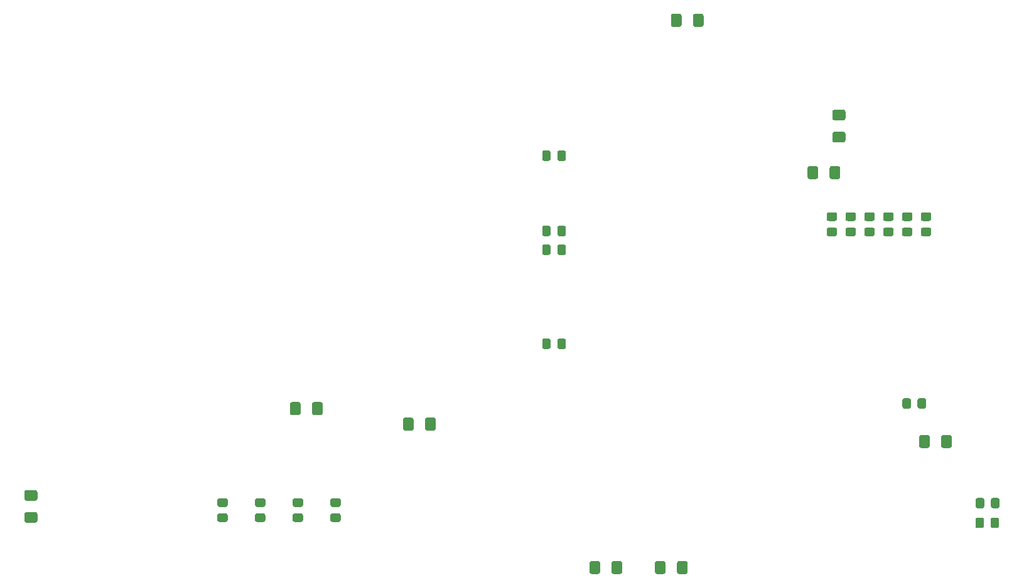
<source format=gbr>
G04 #@! TF.GenerationSoftware,KiCad,Pcbnew,(5.1.6-0-10_14)*
G04 #@! TF.CreationDate,2021-03-08T22:49:53+01:00*
G04 #@! TF.ProjectId,cpu_backplane,6370755f-6261-4636-9b70-6c616e652e6b,rev?*
G04 #@! TF.SameCoordinates,Original*
G04 #@! TF.FileFunction,Paste,Bot*
G04 #@! TF.FilePolarity,Positive*
%FSLAX46Y46*%
G04 Gerber Fmt 4.6, Leading zero omitted, Abs format (unit mm)*
G04 Created by KiCad (PCBNEW (5.1.6-0-10_14)) date 2021-03-08 22:49:53*
%MOMM*%
%LPD*%
G01*
G04 APERTURE LIST*
G04 APERTURE END LIST*
G04 #@! TO.C,R23*
G36*
G01*
X137154500Y-72003499D02*
X137154500Y-72903501D01*
G75*
G02*
X136904501Y-73153500I-249999J0D01*
G01*
X136254499Y-73153500D01*
G75*
G02*
X136004500Y-72903501I0J249999D01*
G01*
X136004500Y-72003499D01*
G75*
G02*
X136254499Y-71753500I249999J0D01*
G01*
X136904501Y-71753500D01*
G75*
G02*
X137154500Y-72003499I0J-249999D01*
G01*
G37*
G36*
G01*
X139204500Y-72003499D02*
X139204500Y-72903501D01*
G75*
G02*
X138954501Y-73153500I-249999J0D01*
G01*
X138304499Y-73153500D01*
G75*
G02*
X138054500Y-72903501I0J249999D01*
G01*
X138054500Y-72003499D01*
G75*
G02*
X138304499Y-71753500I249999J0D01*
G01*
X138954501Y-71753500D01*
G75*
G02*
X139204500Y-72003499I0J-249999D01*
G01*
G37*
G04 #@! TD*
G04 #@! TO.C,R22*
G36*
G01*
X138741999Y-48710000D02*
X139642001Y-48710000D01*
G75*
G02*
X139892000Y-48959999I0J-249999D01*
G01*
X139892000Y-49610001D01*
G75*
G02*
X139642001Y-49860000I-249999J0D01*
G01*
X138741999Y-49860000D01*
G75*
G02*
X138492000Y-49610001I0J249999D01*
G01*
X138492000Y-48959999D01*
G75*
G02*
X138741999Y-48710000I249999J0D01*
G01*
G37*
G36*
G01*
X138741999Y-46660000D02*
X139642001Y-46660000D01*
G75*
G02*
X139892000Y-46909999I0J-249999D01*
G01*
X139892000Y-47560001D01*
G75*
G02*
X139642001Y-47810000I-249999J0D01*
G01*
X138741999Y-47810000D01*
G75*
G02*
X138492000Y-47560001I0J249999D01*
G01*
X138492000Y-46909999D01*
G75*
G02*
X138741999Y-46660000I249999J0D01*
G01*
G37*
G04 #@! TD*
G04 #@! TO.C,R21*
G36*
G01*
X126041999Y-48710000D02*
X126942001Y-48710000D01*
G75*
G02*
X127192000Y-48959999I0J-249999D01*
G01*
X127192000Y-49610001D01*
G75*
G02*
X126942001Y-49860000I-249999J0D01*
G01*
X126041999Y-49860000D01*
G75*
G02*
X125792000Y-49610001I0J249999D01*
G01*
X125792000Y-48959999D01*
G75*
G02*
X126041999Y-48710000I249999J0D01*
G01*
G37*
G36*
G01*
X126041999Y-46660000D02*
X126942001Y-46660000D01*
G75*
G02*
X127192000Y-46909999I0J-249999D01*
G01*
X127192000Y-47560001D01*
G75*
G02*
X126942001Y-47810000I-249999J0D01*
G01*
X126041999Y-47810000D01*
G75*
G02*
X125792000Y-47560001I0J249999D01*
G01*
X125792000Y-46909999D01*
G75*
G02*
X126041999Y-46660000I249999J0D01*
G01*
G37*
G04 #@! TD*
G04 #@! TO.C,R20*
G36*
G01*
X147951500Y-86365501D02*
X147951500Y-85465499D01*
G75*
G02*
X148201499Y-85215500I249999J0D01*
G01*
X148851501Y-85215500D01*
G75*
G02*
X149101500Y-85465499I0J-249999D01*
G01*
X149101500Y-86365501D01*
G75*
G02*
X148851501Y-86615500I-249999J0D01*
G01*
X148201499Y-86615500D01*
G75*
G02*
X147951500Y-86365501I0J249999D01*
G01*
G37*
G36*
G01*
X145901500Y-86365501D02*
X145901500Y-85465499D01*
G75*
G02*
X146151499Y-85215500I249999J0D01*
G01*
X146801501Y-85215500D01*
G75*
G02*
X147051500Y-85465499I0J-249999D01*
G01*
X147051500Y-86365501D01*
G75*
G02*
X146801501Y-86615500I-249999J0D01*
G01*
X146151499Y-86615500D01*
G75*
G02*
X145901500Y-86365501I0J249999D01*
G01*
G37*
G04 #@! TD*
G04 #@! TO.C,R19*
G36*
G01*
X147897000Y-89032501D02*
X147897000Y-88132499D01*
G75*
G02*
X148146999Y-87882500I249999J0D01*
G01*
X148797001Y-87882500D01*
G75*
G02*
X149047000Y-88132499I0J-249999D01*
G01*
X149047000Y-89032501D01*
G75*
G02*
X148797001Y-89282500I-249999J0D01*
G01*
X148146999Y-89282500D01*
G75*
G02*
X147897000Y-89032501I0J249999D01*
G01*
G37*
G36*
G01*
X145847000Y-89032501D02*
X145847000Y-88132499D01*
G75*
G02*
X146096999Y-87882500I249999J0D01*
G01*
X146747001Y-87882500D01*
G75*
G02*
X146997000Y-88132499I0J-249999D01*
G01*
X146997000Y-89032501D01*
G75*
G02*
X146747001Y-89282500I-249999J0D01*
G01*
X146096999Y-89282500D01*
G75*
G02*
X145847000Y-89032501I0J249999D01*
G01*
G37*
G04 #@! TD*
G04 #@! TO.C,C16*
G36*
G01*
X104063500Y-93990000D02*
X104063500Y-95240000D01*
G75*
G02*
X103813500Y-95490000I-250000J0D01*
G01*
X102888500Y-95490000D01*
G75*
G02*
X102638500Y-95240000I0J250000D01*
G01*
X102638500Y-93990000D01*
G75*
G02*
X102888500Y-93740000I250000J0D01*
G01*
X103813500Y-93740000D01*
G75*
G02*
X104063500Y-93990000I0J-250000D01*
G01*
G37*
G36*
G01*
X107038500Y-93990000D02*
X107038500Y-95240000D01*
G75*
G02*
X106788500Y-95490000I-250000J0D01*
G01*
X105863500Y-95490000D01*
G75*
G02*
X105613500Y-95240000I0J250000D01*
G01*
X105613500Y-93990000D01*
G75*
G02*
X105863500Y-93740000I250000J0D01*
G01*
X106788500Y-93740000D01*
G75*
G02*
X107038500Y-93990000I0J-250000D01*
G01*
G37*
G04 #@! TD*
G04 #@! TO.C,C15*
G36*
G01*
X124637500Y-40650000D02*
X124637500Y-41900000D01*
G75*
G02*
X124387500Y-42150000I-250000J0D01*
G01*
X123462500Y-42150000D01*
G75*
G02*
X123212500Y-41900000I0J250000D01*
G01*
X123212500Y-40650000D01*
G75*
G02*
X123462500Y-40400000I250000J0D01*
G01*
X124387500Y-40400000D01*
G75*
G02*
X124637500Y-40650000I0J-250000D01*
G01*
G37*
G36*
G01*
X127612500Y-40650000D02*
X127612500Y-41900000D01*
G75*
G02*
X127362500Y-42150000I-250000J0D01*
G01*
X126437500Y-42150000D01*
G75*
G02*
X126187500Y-41900000I0J250000D01*
G01*
X126187500Y-40650000D01*
G75*
G02*
X126437500Y-40400000I250000J0D01*
G01*
X127362500Y-40400000D01*
G75*
G02*
X127612500Y-40650000I0J-250000D01*
G01*
G37*
G04 #@! TD*
G04 #@! TO.C,C12*
G36*
G01*
X106222500Y-20076000D02*
X106222500Y-21326000D01*
G75*
G02*
X105972500Y-21576000I-250000J0D01*
G01*
X105047500Y-21576000D01*
G75*
G02*
X104797500Y-21326000I0J250000D01*
G01*
X104797500Y-20076000D01*
G75*
G02*
X105047500Y-19826000I250000J0D01*
G01*
X105972500Y-19826000D01*
G75*
G02*
X106222500Y-20076000I0J-250000D01*
G01*
G37*
G36*
G01*
X109197500Y-20076000D02*
X109197500Y-21326000D01*
G75*
G02*
X108947500Y-21576000I-250000J0D01*
G01*
X108022500Y-21576000D01*
G75*
G02*
X107772500Y-21326000I0J250000D01*
G01*
X107772500Y-20076000D01*
G75*
G02*
X108022500Y-19826000I250000J0D01*
G01*
X108947500Y-19826000D01*
G75*
G02*
X109197500Y-20076000I0J-250000D01*
G01*
G37*
G04 #@! TD*
G04 #@! TO.C,C9*
G36*
G01*
X126819500Y-35763500D02*
X128069500Y-35763500D01*
G75*
G02*
X128319500Y-36013500I0J-250000D01*
G01*
X128319500Y-36938500D01*
G75*
G02*
X128069500Y-37188500I-250000J0D01*
G01*
X126819500Y-37188500D01*
G75*
G02*
X126569500Y-36938500I0J250000D01*
G01*
X126569500Y-36013500D01*
G75*
G02*
X126819500Y-35763500I250000J0D01*
G01*
G37*
G36*
G01*
X126819500Y-32788500D02*
X128069500Y-32788500D01*
G75*
G02*
X128319500Y-33038500I0J-250000D01*
G01*
X128319500Y-33963500D01*
G75*
G02*
X128069500Y-34213500I-250000J0D01*
G01*
X126819500Y-34213500D01*
G75*
G02*
X126569500Y-33963500I0J250000D01*
G01*
X126569500Y-33038500D01*
G75*
G02*
X126819500Y-32788500I250000J0D01*
G01*
G37*
G04 #@! TD*
G04 #@! TO.C,C5*
G36*
G01*
X139687000Y-76972000D02*
X139687000Y-78222000D01*
G75*
G02*
X139437000Y-78472000I-250000J0D01*
G01*
X138512000Y-78472000D01*
G75*
G02*
X138262000Y-78222000I0J250000D01*
G01*
X138262000Y-76972000D01*
G75*
G02*
X138512000Y-76722000I250000J0D01*
G01*
X139437000Y-76722000D01*
G75*
G02*
X139687000Y-76972000I0J-250000D01*
G01*
G37*
G36*
G01*
X142662000Y-76972000D02*
X142662000Y-78222000D01*
G75*
G02*
X142412000Y-78472000I-250000J0D01*
G01*
X141487000Y-78472000D01*
G75*
G02*
X141237000Y-78222000I0J250000D01*
G01*
X141237000Y-76972000D01*
G75*
G02*
X141487000Y-76722000I250000J0D01*
G01*
X142412000Y-76722000D01*
G75*
G02*
X142662000Y-76972000I0J-250000D01*
G01*
G37*
G04 #@! TD*
G04 #@! TO.C,C2*
G36*
G01*
X17853500Y-87135000D02*
X19103500Y-87135000D01*
G75*
G02*
X19353500Y-87385000I0J-250000D01*
G01*
X19353500Y-88310000D01*
G75*
G02*
X19103500Y-88560000I-250000J0D01*
G01*
X17853500Y-88560000D01*
G75*
G02*
X17603500Y-88310000I0J250000D01*
G01*
X17603500Y-87385000D01*
G75*
G02*
X17853500Y-87135000I250000J0D01*
G01*
G37*
G36*
G01*
X17853500Y-84160000D02*
X19103500Y-84160000D01*
G75*
G02*
X19353500Y-84410000I0J-250000D01*
G01*
X19353500Y-85335000D01*
G75*
G02*
X19103500Y-85585000I-250000J0D01*
G01*
X17853500Y-85585000D01*
G75*
G02*
X17603500Y-85335000I0J250000D01*
G01*
X17603500Y-84410000D01*
G75*
G02*
X17853500Y-84160000I250000J0D01*
G01*
G37*
G04 #@! TD*
G04 #@! TO.C,C5*
G36*
G01*
X56401000Y-73777000D02*
X56401000Y-72527000D01*
G75*
G02*
X56651000Y-72277000I250000J0D01*
G01*
X57576000Y-72277000D01*
G75*
G02*
X57826000Y-72527000I0J-250000D01*
G01*
X57826000Y-73777000D01*
G75*
G02*
X57576000Y-74027000I-250000J0D01*
G01*
X56651000Y-74027000D01*
G75*
G02*
X56401000Y-73777000I0J250000D01*
G01*
G37*
G36*
G01*
X53426000Y-73777000D02*
X53426000Y-72527000D01*
G75*
G02*
X53676000Y-72277000I250000J0D01*
G01*
X54601000Y-72277000D01*
G75*
G02*
X54851000Y-72527000I0J-250000D01*
G01*
X54851000Y-73777000D01*
G75*
G02*
X54601000Y-74027000I-250000J0D01*
G01*
X53676000Y-74027000D01*
G75*
G02*
X53426000Y-73777000I0J250000D01*
G01*
G37*
G04 #@! TD*
G04 #@! TO.C,C4*
G36*
G01*
X71641000Y-75872500D02*
X71641000Y-74622500D01*
G75*
G02*
X71891000Y-74372500I250000J0D01*
G01*
X72816000Y-74372500D01*
G75*
G02*
X73066000Y-74622500I0J-250000D01*
G01*
X73066000Y-75872500D01*
G75*
G02*
X72816000Y-76122500I-250000J0D01*
G01*
X71891000Y-76122500D01*
G75*
G02*
X71641000Y-75872500I0J250000D01*
G01*
G37*
G36*
G01*
X68666000Y-75872500D02*
X68666000Y-74622500D01*
G75*
G02*
X68916000Y-74372500I250000J0D01*
G01*
X69841000Y-74372500D01*
G75*
G02*
X70091000Y-74622500I0J-250000D01*
G01*
X70091000Y-75872500D01*
G75*
G02*
X69841000Y-76122500I-250000J0D01*
G01*
X68916000Y-76122500D01*
G75*
G02*
X68666000Y-75872500I0J250000D01*
G01*
G37*
G04 #@! TD*
G04 #@! TO.C,R14*
G36*
G01*
X89477000Y-39439001D02*
X89477000Y-38538999D01*
G75*
G02*
X89726999Y-38289000I249999J0D01*
G01*
X90377001Y-38289000D01*
G75*
G02*
X90627000Y-38538999I0J-249999D01*
G01*
X90627000Y-39439001D01*
G75*
G02*
X90377001Y-39689000I-249999J0D01*
G01*
X89726999Y-39689000D01*
G75*
G02*
X89477000Y-39439001I0J249999D01*
G01*
G37*
G36*
G01*
X87427000Y-39439001D02*
X87427000Y-38538999D01*
G75*
G02*
X87676999Y-38289000I249999J0D01*
G01*
X88327001Y-38289000D01*
G75*
G02*
X88577000Y-38538999I0J-249999D01*
G01*
X88577000Y-39439001D01*
G75*
G02*
X88327001Y-39689000I-249999J0D01*
G01*
X87676999Y-39689000D01*
G75*
G02*
X87427000Y-39439001I0J249999D01*
G01*
G37*
G04 #@! TD*
G04 #@! TO.C,C14*
G36*
G01*
X95237000Y-93990000D02*
X95237000Y-95240000D01*
G75*
G02*
X94987000Y-95490000I-250000J0D01*
G01*
X94062000Y-95490000D01*
G75*
G02*
X93812000Y-95240000I0J250000D01*
G01*
X93812000Y-93990000D01*
G75*
G02*
X94062000Y-93740000I250000J0D01*
G01*
X94987000Y-93740000D01*
G75*
G02*
X95237000Y-93990000I0J-250000D01*
G01*
G37*
G36*
G01*
X98212000Y-93990000D02*
X98212000Y-95240000D01*
G75*
G02*
X97962000Y-95490000I-250000J0D01*
G01*
X97037000Y-95490000D01*
G75*
G02*
X96787000Y-95240000I0J250000D01*
G01*
X96787000Y-93990000D01*
G75*
G02*
X97037000Y-93740000I250000J0D01*
G01*
X97962000Y-93740000D01*
G75*
G02*
X98212000Y-93990000I0J-250000D01*
G01*
G37*
G04 #@! TD*
G04 #@! TO.C,R13*
G36*
G01*
X59112999Y-87318000D02*
X60013001Y-87318000D01*
G75*
G02*
X60263000Y-87567999I0J-249999D01*
G01*
X60263000Y-88218001D01*
G75*
G02*
X60013001Y-88468000I-249999J0D01*
G01*
X59112999Y-88468000D01*
G75*
G02*
X58863000Y-88218001I0J249999D01*
G01*
X58863000Y-87567999D01*
G75*
G02*
X59112999Y-87318000I249999J0D01*
G01*
G37*
G36*
G01*
X59112999Y-85268000D02*
X60013001Y-85268000D01*
G75*
G02*
X60263000Y-85517999I0J-249999D01*
G01*
X60263000Y-86168001D01*
G75*
G02*
X60013001Y-86418000I-249999J0D01*
G01*
X59112999Y-86418000D01*
G75*
G02*
X58863000Y-86168001I0J249999D01*
G01*
X58863000Y-85517999D01*
G75*
G02*
X59112999Y-85268000I249999J0D01*
G01*
G37*
G04 #@! TD*
G04 #@! TO.C,R12*
G36*
G01*
X54032999Y-87318000D02*
X54933001Y-87318000D01*
G75*
G02*
X55183000Y-87567999I0J-249999D01*
G01*
X55183000Y-88218001D01*
G75*
G02*
X54933001Y-88468000I-249999J0D01*
G01*
X54032999Y-88468000D01*
G75*
G02*
X53783000Y-88218001I0J249999D01*
G01*
X53783000Y-87567999D01*
G75*
G02*
X54032999Y-87318000I249999J0D01*
G01*
G37*
G36*
G01*
X54032999Y-85268000D02*
X54933001Y-85268000D01*
G75*
G02*
X55183000Y-85517999I0J-249999D01*
G01*
X55183000Y-86168001D01*
G75*
G02*
X54933001Y-86418000I-249999J0D01*
G01*
X54032999Y-86418000D01*
G75*
G02*
X53783000Y-86168001I0J249999D01*
G01*
X53783000Y-85517999D01*
G75*
G02*
X54032999Y-85268000I249999J0D01*
G01*
G37*
G04 #@! TD*
G04 #@! TO.C,R11*
G36*
G01*
X48952999Y-87318000D02*
X49853001Y-87318000D01*
G75*
G02*
X50103000Y-87567999I0J-249999D01*
G01*
X50103000Y-88218001D01*
G75*
G02*
X49853001Y-88468000I-249999J0D01*
G01*
X48952999Y-88468000D01*
G75*
G02*
X48703000Y-88218001I0J249999D01*
G01*
X48703000Y-87567999D01*
G75*
G02*
X48952999Y-87318000I249999J0D01*
G01*
G37*
G36*
G01*
X48952999Y-85268000D02*
X49853001Y-85268000D01*
G75*
G02*
X50103000Y-85517999I0J-249999D01*
G01*
X50103000Y-86168001D01*
G75*
G02*
X49853001Y-86418000I-249999J0D01*
G01*
X48952999Y-86418000D01*
G75*
G02*
X48703000Y-86168001I0J249999D01*
G01*
X48703000Y-85517999D01*
G75*
G02*
X48952999Y-85268000I249999J0D01*
G01*
G37*
G04 #@! TD*
G04 #@! TO.C,R10*
G36*
G01*
X43872999Y-87318000D02*
X44773001Y-87318000D01*
G75*
G02*
X45023000Y-87567999I0J-249999D01*
G01*
X45023000Y-88218001D01*
G75*
G02*
X44773001Y-88468000I-249999J0D01*
G01*
X43872999Y-88468000D01*
G75*
G02*
X43623000Y-88218001I0J249999D01*
G01*
X43623000Y-87567999D01*
G75*
G02*
X43872999Y-87318000I249999J0D01*
G01*
G37*
G36*
G01*
X43872999Y-85268000D02*
X44773001Y-85268000D01*
G75*
G02*
X45023000Y-85517999I0J-249999D01*
G01*
X45023000Y-86168001D01*
G75*
G02*
X44773001Y-86418000I-249999J0D01*
G01*
X43872999Y-86418000D01*
G75*
G02*
X43623000Y-86168001I0J249999D01*
G01*
X43623000Y-85517999D01*
G75*
G02*
X43872999Y-85268000I249999J0D01*
G01*
G37*
G04 #@! TD*
G04 #@! TO.C,R8*
G36*
G01*
X89477000Y-52139001D02*
X89477000Y-51238999D01*
G75*
G02*
X89726999Y-50989000I249999J0D01*
G01*
X90377001Y-50989000D01*
G75*
G02*
X90627000Y-51238999I0J-249999D01*
G01*
X90627000Y-52139001D01*
G75*
G02*
X90377001Y-52389000I-249999J0D01*
G01*
X89726999Y-52389000D01*
G75*
G02*
X89477000Y-52139001I0J249999D01*
G01*
G37*
G36*
G01*
X87427000Y-52139001D02*
X87427000Y-51238999D01*
G75*
G02*
X87676999Y-50989000I249999J0D01*
G01*
X88327001Y-50989000D01*
G75*
G02*
X88577000Y-51238999I0J-249999D01*
G01*
X88577000Y-52139001D01*
G75*
G02*
X88327001Y-52389000I-249999J0D01*
G01*
X87676999Y-52389000D01*
G75*
G02*
X87427000Y-52139001I0J249999D01*
G01*
G37*
G04 #@! TD*
G04 #@! TO.C,R7*
G36*
G01*
X89477000Y-64839001D02*
X89477000Y-63938999D01*
G75*
G02*
X89726999Y-63689000I249999J0D01*
G01*
X90377001Y-63689000D01*
G75*
G02*
X90627000Y-63938999I0J-249999D01*
G01*
X90627000Y-64839001D01*
G75*
G02*
X90377001Y-65089000I-249999J0D01*
G01*
X89726999Y-65089000D01*
G75*
G02*
X89477000Y-64839001I0J249999D01*
G01*
G37*
G36*
G01*
X87427000Y-64839001D02*
X87427000Y-63938999D01*
G75*
G02*
X87676999Y-63689000I249999J0D01*
G01*
X88327001Y-63689000D01*
G75*
G02*
X88577000Y-63938999I0J-249999D01*
G01*
X88577000Y-64839001D01*
G75*
G02*
X88327001Y-65089000I-249999J0D01*
G01*
X87676999Y-65089000D01*
G75*
G02*
X87427000Y-64839001I0J249999D01*
G01*
G37*
G04 #@! TD*
G04 #@! TO.C,R6*
G36*
G01*
X128581999Y-48710000D02*
X129482001Y-48710000D01*
G75*
G02*
X129732000Y-48959999I0J-249999D01*
G01*
X129732000Y-49610001D01*
G75*
G02*
X129482001Y-49860000I-249999J0D01*
G01*
X128581999Y-49860000D01*
G75*
G02*
X128332000Y-49610001I0J249999D01*
G01*
X128332000Y-48959999D01*
G75*
G02*
X128581999Y-48710000I249999J0D01*
G01*
G37*
G36*
G01*
X128581999Y-46660000D02*
X129482001Y-46660000D01*
G75*
G02*
X129732000Y-46909999I0J-249999D01*
G01*
X129732000Y-47560001D01*
G75*
G02*
X129482001Y-47810000I-249999J0D01*
G01*
X128581999Y-47810000D01*
G75*
G02*
X128332000Y-47560001I0J249999D01*
G01*
X128332000Y-46909999D01*
G75*
G02*
X128581999Y-46660000I249999J0D01*
G01*
G37*
G04 #@! TD*
G04 #@! TO.C,R5*
G36*
G01*
X131121999Y-48710000D02*
X132022001Y-48710000D01*
G75*
G02*
X132272000Y-48959999I0J-249999D01*
G01*
X132272000Y-49610001D01*
G75*
G02*
X132022001Y-49860000I-249999J0D01*
G01*
X131121999Y-49860000D01*
G75*
G02*
X130872000Y-49610001I0J249999D01*
G01*
X130872000Y-48959999D01*
G75*
G02*
X131121999Y-48710000I249999J0D01*
G01*
G37*
G36*
G01*
X131121999Y-46660000D02*
X132022001Y-46660000D01*
G75*
G02*
X132272000Y-46909999I0J-249999D01*
G01*
X132272000Y-47560001D01*
G75*
G02*
X132022001Y-47810000I-249999J0D01*
G01*
X131121999Y-47810000D01*
G75*
G02*
X130872000Y-47560001I0J249999D01*
G01*
X130872000Y-46909999D01*
G75*
G02*
X131121999Y-46660000I249999J0D01*
G01*
G37*
G04 #@! TD*
G04 #@! TO.C,R4*
G36*
G01*
X133661999Y-48710000D02*
X134562001Y-48710000D01*
G75*
G02*
X134812000Y-48959999I0J-249999D01*
G01*
X134812000Y-49610001D01*
G75*
G02*
X134562001Y-49860000I-249999J0D01*
G01*
X133661999Y-49860000D01*
G75*
G02*
X133412000Y-49610001I0J249999D01*
G01*
X133412000Y-48959999D01*
G75*
G02*
X133661999Y-48710000I249999J0D01*
G01*
G37*
G36*
G01*
X133661999Y-46660000D02*
X134562001Y-46660000D01*
G75*
G02*
X134812000Y-46909999I0J-249999D01*
G01*
X134812000Y-47560001D01*
G75*
G02*
X134562001Y-47810000I-249999J0D01*
G01*
X133661999Y-47810000D01*
G75*
G02*
X133412000Y-47560001I0J249999D01*
G01*
X133412000Y-46909999D01*
G75*
G02*
X133661999Y-46660000I249999J0D01*
G01*
G37*
G04 #@! TD*
G04 #@! TO.C,R3*
G36*
G01*
X136201999Y-48710000D02*
X137102001Y-48710000D01*
G75*
G02*
X137352000Y-48959999I0J-249999D01*
G01*
X137352000Y-49610001D01*
G75*
G02*
X137102001Y-49860000I-249999J0D01*
G01*
X136201999Y-49860000D01*
G75*
G02*
X135952000Y-49610001I0J249999D01*
G01*
X135952000Y-48959999D01*
G75*
G02*
X136201999Y-48710000I249999J0D01*
G01*
G37*
G36*
G01*
X136201999Y-46660000D02*
X137102001Y-46660000D01*
G75*
G02*
X137352000Y-46909999I0J-249999D01*
G01*
X137352000Y-47560001D01*
G75*
G02*
X137102001Y-47810000I-249999J0D01*
G01*
X136201999Y-47810000D01*
G75*
G02*
X135952000Y-47560001I0J249999D01*
G01*
X135952000Y-46909999D01*
G75*
G02*
X136201999Y-46660000I249999J0D01*
G01*
G37*
G04 #@! TD*
G04 #@! TO.C,R1*
G36*
G01*
X89477000Y-49599001D02*
X89477000Y-48698999D01*
G75*
G02*
X89726999Y-48449000I249999J0D01*
G01*
X90377001Y-48449000D01*
G75*
G02*
X90627000Y-48698999I0J-249999D01*
G01*
X90627000Y-49599001D01*
G75*
G02*
X90377001Y-49849000I-249999J0D01*
G01*
X89726999Y-49849000D01*
G75*
G02*
X89477000Y-49599001I0J249999D01*
G01*
G37*
G36*
G01*
X87427000Y-49599001D02*
X87427000Y-48698999D01*
G75*
G02*
X87676999Y-48449000I249999J0D01*
G01*
X88327001Y-48449000D01*
G75*
G02*
X88577000Y-48698999I0J-249999D01*
G01*
X88577000Y-49599001D01*
G75*
G02*
X88327001Y-49849000I-249999J0D01*
G01*
X87676999Y-49849000D01*
G75*
G02*
X87427000Y-49599001I0J249999D01*
G01*
G37*
G04 #@! TD*
M02*

</source>
